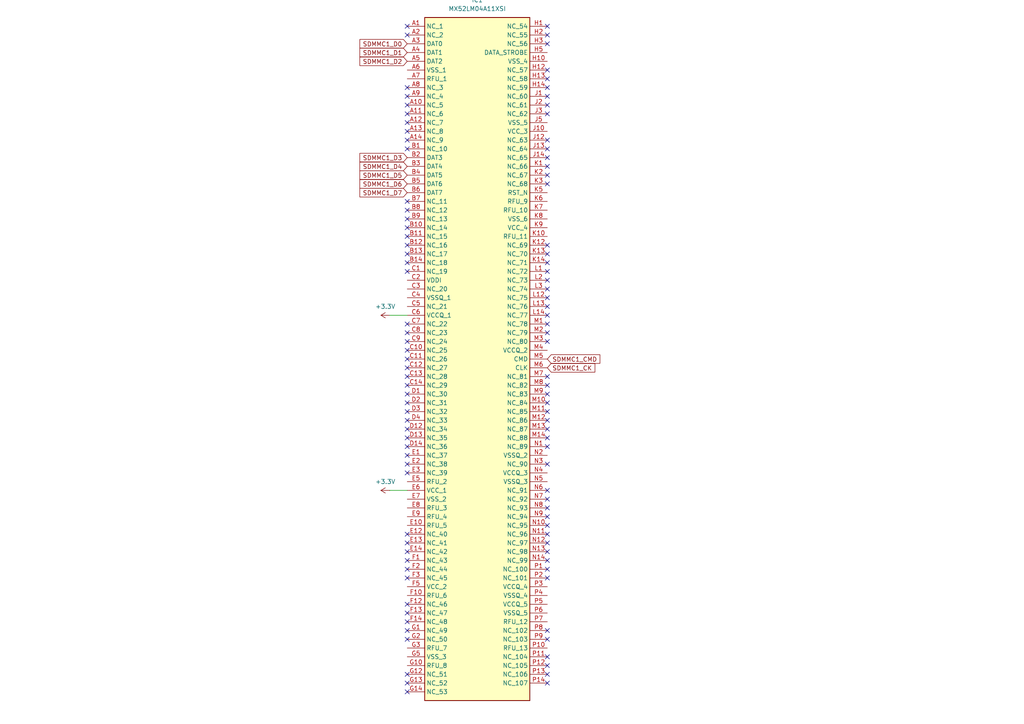
<source format=kicad_sch>
(kicad_sch (version 20250114) (generator "eeschema") (generator_version "9.0")
  (paper "A4")
  (lib_symbols
    (symbol "SRAD-Avionics:MX52LM04A11XSI"
      (property "Reference" "IC" (at 36.83 7.62 0))
      (property "Value" "MX52LM04A11XSI" (at 36.83 5.08 0))
      (symbol "MX52LM04A11XSI_1_1"
        (rectangle (start 5.08 2.54) (end 35.56 -195.58) (stroke (width 0.254)) (fill (type background)))
        (pin passive line (at 0 0 0) (length 5.08) (name "NC_1") (number "A1"))
        (pin passive line (at 0 -2.54 0) (length 5.08) (name "NC_2") (number "A2"))
        (pin passive line (at 0 -5.08 0) (length 5.08) (name "DAT0") (number "A3"))
        (pin passive line (at 0 -7.62 0) (length 5.08) (name "DAT1") (number "A4"))
        (pin passive line (at 0 -10.16 0) (length 5.08) (name "DAT2") (number "A5"))
        (pin passive line (at 0 -12.7 0) (length 5.08) (name "VSS_1") (number "A6"))
        (pin passive line (at 0 -15.24 0) (length 5.08) (name "RFU_1") (number "A7"))
        (pin passive line (at 0 -17.78 0) (length 5.08) (name "NC_3") (number "A8"))
        (pin passive line (at 0 -20.32 0) (length 5.08) (name "NC_4") (number "A9"))
        (pin passive line (at 0 -22.86 0) (length 5.08) (name "NC_5") (number "A10"))
        (pin passive line (at 0 -25.4 0) (length 5.08) (name "NC_6") (number "A11"))
        (pin passive line (at 0 -27.94 0) (length 5.08) (name "NC_7") (number "A12"))
        (pin passive line (at 0 -30.48 0) (length 5.08) (name "NC_8") (number "A13"))
        (pin passive line (at 0 -33.02 0) (length 5.08) (name "NC_9") (number "A14"))
        (pin passive line (at 0 -35.56 0) (length 5.08) (name "NC_10") (number "B1"))
        (pin passive line (at 0 -38.1 0) (length 5.08) (name "DAT3") (number "B2"))
        (pin passive line (at 0 -40.64 0) (length 5.08) (name "DAT4") (number "B3"))
        (pin passive line (at 0 -43.18 0) (length 5.08) (name "DAT5") (number "B4"))
        (pin passive line (at 0 -45.72 0) (length 5.08) (name "DAT6") (number "B5"))
        (pin passive line (at 0 -48.26 0) (length 5.08) (name "DAT7") (number "B6"))
        (pin passive line (at 0 -50.8 0) (length 5.08) (name "NC_11") (number "B7"))
        (pin passive line (at 0 -53.34 0) (length 5.08) (name "NC_12") (number "B8"))
        (pin passive line (at 0 -55.88 0) (length 5.08) (name "NC_13") (number "B9"))
        (pin passive line (at 0 -58.42 0) (length 5.08) (name "NC_14") (number "B10"))
        (pin passive line (at 0 -60.96 0) (length 5.08) (name "NC_15") (number "B11"))
        (pin passive line (at 0 -63.5 0) (length 5.08) (name "NC_16") (number "B12"))
        (pin passive line (at 0 -66.04 0) (length 5.08) (name "NC_17") (number "B13"))
        (pin passive line (at 0 -68.58 0) (length 5.08) (name "NC_18") (number "B14"))
        (pin passive line (at 0 -71.12 0) (length 5.08) (name "NC_19") (number "C1"))
        (pin passive line (at 0 -73.66 0) (length 5.08) (name "VDDI") (number "C2"))
        (pin passive line (at 0 -76.2 0) (length 5.08) (name "NC_20") (number "C3"))
        (pin passive line (at 0 -78.74 0) (length 5.08) (name "VSSQ_1") (number "C4"))
        (pin passive line (at 0 -81.28 0) (length 5.08) (name "NC_21") (number "C5"))
        (pin passive line (at 0 -83.82 0) (length 5.08) (name "VCCQ_1") (number "C6"))
        (pin passive line (at 0 -86.36 0) (length 5.08) (name "NC_22") (number "C7"))
        (pin passive line (at 0 -88.9 0) (length 5.08) (name "NC_23") (number "C8"))
        (pin passive line (at 0 -91.44 0) (length 5.08) (name "NC_24") (number "C9"))
        (pin passive line (at 0 -93.98 0) (length 5.08) (name "NC_25") (number "C10"))
        (pin passive line (at 0 -96.52 0) (length 5.08) (name "NC_26") (number "C11"))
        (pin passive line (at 0 -99.06 0) (length 5.08) (name "NC_27") (number "C12"))
        (pin passive line (at 0 -101.6 0) (length 5.08) (name "NC_28") (number "C13"))
        (pin passive line (at 0 -104.14 0) (length 5.08) (name "NC_29") (number "C14"))
        (pin passive line (at 0 -106.68 0) (length 5.08) (name "NC_30") (number "D1"))
        (pin passive line (at 0 -109.22 0) (length 5.08) (name "NC_31") (number "D2"))
        (pin passive line (at 0 -111.76 0) (length 5.08) (name "NC_32") (number "D3"))
        (pin passive line (at 0 -114.3 0) (length 5.08) (name "NC_33") (number "D4"))
        (pin passive line (at 0 -116.84 0) (length 5.08) (name "NC_34") (number "D12"))
        (pin passive line (at 0 -119.38 0) (length 5.08) (name "NC_35") (number "D13"))
        (pin passive line (at 0 -121.92 0) (length 5.08) (name "NC_36") (number "D14"))
        (pin passive line (at 0 -124.46 0) (length 5.08) (name "NC_37") (number "E1"))
        (pin passive line (at 0 -127 0) (length 5.08) (name "NC_38") (number "E2"))
        (pin passive line (at 0 -129.54 0) (length 5.08) (name "NC_39") (number "E3"))
        (pin passive line (at 0 -132.08 0) (length 5.08) (name "RFU_2") (number "E5"))
        (pin passive line (at 0 -134.62 0) (length 5.08) (name "VCC_1") (number "E6"))
        (pin passive line (at 0 -137.16 0) (length 5.08) (name "VSS_2") (number "E7"))
        (pin passive line (at 0 -139.7 0) (length 5.08) (name "RFU_3") (number "E8"))
        (pin passive line (at 0 -142.24 0) (length 5.08) (name "RFU_4") (number "E9"))
        (pin passive line (at 0 -144.78 0) (length 5.08) (name "RFU_5") (number "E10"))
        (pin passive line (at 0 -147.32 0) (length 5.08) (name "NC_40") (number "E12"))
        (pin passive line (at 0 -149.86 0) (length 5.08) (name "NC_41") (number "E13"))
        (pin passive line (at 0 -152.4 0) (length 5.08) (name "NC_42") (number "E14"))
        (pin passive line (at 0 -154.94 0) (length 5.08) (name "NC_43") (number "F1"))
        (pin passive line (at 0 -157.48 0) (length 5.08) (name "NC_44") (number "F2"))
        (pin passive line (at 0 -160.02 0) (length 5.08) (name "NC_45") (number "F3"))
        (pin passive line (at 0 -162.56 0) (length 5.08) (name "VCC_2") (number "F5"))
        (pin passive line (at 0 -165.1 0) (length 5.08) (name "RFU_6") (number "F10"))
        (pin passive line (at 0 -167.64 0) (length 5.08) (name "NC_46") (number "F12"))
        (pin passive line (at 0 -170.18 0) (length 5.08) (name "NC_47") (number "F13"))
        (pin passive line (at 0 -172.72 0) (length 5.08) (name "NC_48") (number "F14"))
        (pin passive line (at 0 -175.26 0) (length 5.08) (name "NC_49") (number "G1"))
        (pin passive line (at 0 -177.8 0) (length 5.08) (name "NC_50") (number "G2"))
        (pin passive line (at 0 -180.34 0) (length 5.08) (name "RFU_7") (number "G3"))
        (pin passive line (at 0 -182.88 0) (length 5.08) (name "VSS_3") (number "G5"))
        (pin passive line (at 0 -185.42 0) (length 5.08) (name "RFU_8") (number "G10"))
        (pin passive line (at 0 -187.96 0) (length 5.08) (name "NC_51") (number "G12"))
        (pin passive line (at 0 -190.5 0) (length 5.08) (name "NC_52") (number "G13"))
        (pin passive line (at 0 -193.04 0) (length 5.08) (name "NC_53") (number "G14"))
        (pin passive line (at 40.64 0 180) (length 5.08) (name "NC_54") (number "H1"))
        (pin passive line (at 40.64 -2.54 180) (length 5.08) (name "NC_55") (number "H2"))
        (pin passive line (at 40.64 -5.08 180) (length 5.08) (name "NC_56") (number "H3"))
        (pin passive line (at 40.64 -7.62 180) (length 5.08) (name "DATA_STROBE") (number "H5"))
        (pin passive line (at 40.64 -10.16 180) (length 5.08) (name "VSS_4") (number "H10"))
        (pin passive line (at 40.64 -12.7 180) (length 5.08) (name "NC_57") (number "H12"))
        (pin passive line (at 40.64 -15.24 180) (length 5.08) (name "NC_58") (number "H13"))
        (pin passive line (at 40.64 -17.78 180) (length 5.08) (name "NC_59") (number "H14"))
        (pin passive line (at 40.64 -20.32 180) (length 5.08) (name "NC_60") (number "J1"))
        (pin passive line (at 40.64 -22.86 180) (length 5.08) (name "NC_61") (number "J2"))
        (pin passive line (at 40.64 -25.4 180) (length 5.08) (name "NC_62") (number "J3"))
        (pin passive line (at 40.64 -27.94 180) (length 5.08) (name "VSS_5") (number "J5"))
        (pin passive line (at 40.64 -30.48 180) (length 5.08) (name "VCC_3") (number "J10"))
        (pin passive line (at 40.64 -33.02 180) (length 5.08) (name "NC_63") (number "J12"))
        (pin passive line (at 40.64 -35.56 180) (length 5.08) (name "NC_64") (number "J13"))
        (pin passive line (at 40.64 -38.1 180) (length 5.08) (name "NC_65") (number "J14"))
        (pin passive line (at 40.64 -40.64 180) (length 5.08) (name "NC_66") (number "K1"))
        (pin passive line (at 40.64 -43.18 180) (length 5.08) (name "NC_67") (number "K2"))
        (pin passive line (at 40.64 -45.72 180) (length 5.08) (name "NC_68") (number "K3"))
        (pin passive line (at 40.64 -48.26 180) (length 5.08) (name "RST_N") (number "K5"))
        (pin passive line (at 40.64 -50.8 180) (length 5.08) (name "RFU_9") (number "K6"))
        (pin passive line (at 40.64 -53.34 180) (length 5.08) (name "RFU_10") (number "K7"))
        (pin passive line (at 40.64 -55.88 180) (length 5.08) (name "VSS_6") (number "K8"))
        (pin passive line (at 40.64 -58.42 180) (length 5.08) (name "VCC_4") (number "K9"))
        (pin passive line (at 40.64 -60.96 180) (length 5.08) (name "RFU_11") (number "K10"))
        (pin passive line (at 40.64 -63.5 180) (length 5.08) (name "NC_69") (number "K12"))
        (pin passive line (at 40.64 -66.04 180) (length 5.08) (name "NC_70") (number "K13"))
        (pin passive line (at 40.64 -68.58 180) (length 5.08) (name "NC_71") (number "K14"))
        (pin passive line (at 40.64 -71.12 180) (length 5.08) (name "NC_72") (number "L1"))
        (pin passive line (at 40.64 -73.66 180) (length 5.08) (name "NC_73") (number "L2"))
        (pin passive line (at 40.64 -76.2 180) (length 5.08) (name "NC_74") (number "L3"))
        (pin passive line (at 40.64 -78.74 180) (length 5.08) (name "NC_75") (number "L12"))
        (pin passive line (at 40.64 -81.28 180) (length 5.08) (name "NC_76") (number "L13"))
        (pin passive line (at 40.64 -83.82 180) (length 5.08) (name "NC_77") (number "L14"))
        (pin passive line (at 40.64 -86.36 180) (length 5.08) (name "NC_78") (number "M1"))
        (pin passive line (at 40.64 -88.9 180) (length 5.08) (name "NC_79") (number "M2"))
        (pin passive line (at 40.64 -91.44 180) (length 5.08) (name "NC_80") (number "M3"))
        (pin passive line (at 40.64 -93.98 180) (length 5.08) (name "VCCQ_2") (number "M4"))
        (pin passive line (at 40.64 -96.52 180) (length 5.08) (name "CMD") (number "M5"))
        (pin passive line (at 40.64 -99.06 180) (length 5.08) (name "CLK") (number "M6"))
        (pin passive line (at 40.64 -101.6 180) (length 5.08) (name "NC_81") (number "M7"))
        (pin passive line (at 40.64 -104.14 180) (length 5.08) (name "NC_82") (number "M8"))
        (pin passive line (at 40.64 -106.68 180) (length 5.08) (name "NC_83") (number "M9"))
        (pin passive line (at 40.64 -109.22 180) (length 5.08) (name "NC_84") (number "M10"))
        (pin passive line (at 40.64 -111.76 180) (length 5.08) (name "NC_85") (number "M11"))
        (pin passive line (at 40.64 -114.3 180) (length 5.08) (name "NC_86") (number "M12"))
        (pin passive line (at 40.64 -116.84 180) (length 5.08) (name "NC_87") (number "M13"))
        (pin passive line (at 40.64 -119.38 180) (length 5.08) (name "NC_88") (number "M14"))
        (pin passive line (at 40.64 -121.92 180) (length 5.08) (name "NC_89") (number "N1"))
        (pin passive line (at 40.64 -124.46 180) (length 5.08) (name "VSSQ_2") (number "N2"))
        (pin passive line (at 40.64 -127 180) (length 5.08) (name "NC_90") (number "N3"))
        (pin passive line (at 40.64 -129.54 180) (length 5.08) (name "VCCQ_3") (number "N4"))
        (pin passive line (at 40.64 -132.08 180) (length 5.08) (name "VSSQ_3") (number "N5"))
        (pin passive line (at 40.64 -134.62 180) (length 5.08) (name "NC_91") (number "N6"))
        (pin passive line (at 40.64 -137.16 180) (length 5.08) (name "NC_92") (number "N7"))
        (pin passive line (at 40.64 -139.7 180) (length 5.08) (name "NC_93") (number "N8"))
        (pin passive line (at 40.64 -142.24 180) (length 5.08) (name "NC_94") (number "N9"))
        (pin passive line (at 40.64 -144.78 180) (length 5.08) (name "NC_95") (number "N10"))
        (pin passive line (at 40.64 -147.32 180) (length 5.08) (name "NC_96") (number "N11"))
        (pin passive line (at 40.64 -149.86 180) (length 5.08) (name "NC_97") (number "N12"))
        (pin passive line (at 40.64 -152.4 180) (length 5.08) (name "NC_98") (number "N13"))
        (pin passive line (at 40.64 -154.94 180) (length 5.08) (name "NC_99") (number "N14"))
        (pin passive line (at 40.64 -157.48 180) (length 5.08) (name "NC_100") (number "P1"))
        (pin passive line (at 40.64 -160.02 180) (length 5.08) (name "NC_101") (number "P2"))
        (pin passive line (at 40.64 -162.56 180) (length 5.08) (name "VCCQ_4") (number "P3"))
        (pin passive line (at 40.64 -165.1 180) (length 5.08) (name "VSSQ_4") (number "P4"))
        (pin passive line (at 40.64 -167.64 180) (length 5.08) (name "VCCQ_5") (number "P5"))
        (pin passive line (at 40.64 -170.18 180) (length 5.08) (name "VSSQ_5") (number "P6"))
        (pin passive line (at 40.64 -172.72 180) (length 5.08) (name "RFU_12") (number "P7"))
        (pin passive line (at 40.64 -175.26 180) (length 5.08) (name "NC_102") (number "P8"))
        (pin passive line (at 40.64 -177.8 180) (length 5.08) (name "NC_103") (number "P9"))
        (pin passive line (at 40.64 -180.34 180) (length 5.08) (name "RFU_13") (number "P10"))
        (pin passive line (at 40.64 -182.88 180) (length 5.08) (name "NC_104") (number "P11"))
        (pin passive line (at 40.64 -185.42 180) (length 5.08) (name "NC_105") (number "P12"))
        (pin passive line (at 40.64 -187.96 180) (length 5.08) (name "NC_106") (number "P13"))
        (pin passive line (at 40.64 -190.5 180) (length 5.08) (name "NC_107") (number "P14"))
      )
    )
    (symbol "power:+3.3V" (power) (pin_numbers (hide yes)) (pin_names (offset 0) (hide yes))
      (property "Value" "+3.3V" (at 0 3.556 0))
      (symbol "+3.3V_0_1"
        (polyline (pts (xy -0.762 1.27) (xy 0 2.54)))
        (polyline (pts (xy 0 2.54) (xy 0.762 1.27)))
        (polyline (pts (xy 0 0) (xy 0 2.54)))
      )
      (symbol "+3.3V_1_1"
        (pin power_in line (at 0 0 90) (length 0) (name "~") (number "1"))
      )
    )
  )
  (no_connect (at 158.75 83.82))
  (no_connect (at 158.75 195.58))
  (no_connect (at 118.11 104.14))
  (no_connect (at 118.11 124.46))
  (no_connect (at 118.11 106.68))
  (no_connect (at 158.75 40.64))
  (no_connect (at 158.75 99.06))
  (no_connect (at 158.75 160.02))
  (no_connect (at 158.75 48.26))
  (no_connect (at 158.75 91.44))
  (no_connect (at 158.75 10.16))
  (no_connect (at 118.11 60.96))
  (no_connect (at 118.11 109.22))
  (no_connect (at 118.11 162.56))
  (no_connect (at 158.75 20.32))
  (no_connect (at 118.11 165.1))
  (no_connect (at 118.11 200.66))
  (no_connect (at 118.11 134.62))
  (no_connect (at 158.75 109.22))
  (no_connect (at 158.75 7.62))
  (no_connect (at 158.75 142.24))
  (no_connect (at 158.75 152.4))
  (no_connect (at 118.11 63.5))
  (no_connect (at 158.75 76.2))
  (no_connect (at 118.11 182.88))
  (no_connect (at 158.75 71.12))
  (no_connect (at 158.75 124.46))
  (no_connect (at 158.75 129.54))
  (no_connect (at 118.11 198.12))
  (no_connect (at 118.11 30.48))
  (no_connect (at 158.75 149.86))
  (no_connect (at 158.75 50.8))
  (no_connect (at 118.11 119.38))
  (no_connect (at 158.75 157.48))
  (no_connect (at 158.75 116.84))
  (no_connect (at 158.75 147.32))
  (no_connect (at 158.75 162.56))
  (no_connect (at 158.75 185.42))
  (no_connect (at 118.11 137.16))
  (no_connect (at 118.11 129.54))
  (no_connect (at 158.75 144.78))
  (no_connect (at 158.75 167.64))
  (no_connect (at 158.75 127))
  (no_connect (at 158.75 96.52))
  (no_connect (at 158.75 30.48))
  (no_connect (at 158.75 25.4))
  (no_connect (at 158.75 12.7))
  (no_connect (at 158.75 190.5))
  (no_connect (at 118.11 40.64))
  (no_connect (at 158.75 93.98))
  (no_connect (at 118.11 10.16))
  (no_connect (at 158.75 53.34))
  (no_connect (at 158.75 182.88))
  (no_connect (at 158.75 134.62))
  (no_connect (at 118.11 132.08))
  (no_connect (at 118.11 66.04))
  (no_connect (at 118.11 35.56))
  (no_connect (at 158.75 165.1))
  (no_connect (at 118.11 180.34))
  (no_connect (at 158.75 111.76))
  (no_connect (at 118.11 25.4))
  (no_connect (at 118.11 177.8))
  (no_connect (at 118.11 160.02))
  (no_connect (at 118.11 111.76))
  (no_connect (at 118.11 167.64))
  (no_connect (at 118.11 121.92))
  (no_connect (at 158.75 121.92))
  (no_connect (at 158.75 73.66))
  (no_connect (at 118.11 78.74))
  (no_connect (at 118.11 68.58))
  (no_connect (at 118.11 76.2))
  (no_connect (at 158.75 88.9))
  (no_connect (at 158.75 81.28))
  (no_connect (at 118.11 185.42))
  (no_connect (at 118.11 7.62))
  (no_connect (at 158.75 45.72))
  (no_connect (at 118.11 175.26))
  (no_connect (at 118.11 96.52))
  (no_connect (at 158.75 33.02))
  (no_connect (at 118.11 38.1))
  (no_connect (at 118.11 99.06))
  (no_connect (at 118.11 43.18))
  (no_connect (at 158.75 193.04))
  (no_connect (at 118.11 154.94))
  (no_connect (at 118.11 33.02))
  (no_connect (at 118.11 73.66))
  (no_connect (at 118.11 93.98))
  (no_connect (at 158.75 86.36))
  (no_connect (at 158.75 27.94))
  (no_connect (at 158.75 78.74))
  (no_connect (at 158.75 114.3))
  (no_connect (at 118.11 58.42))
  (no_connect (at 158.75 198.12))
  (no_connect (at 118.11 114.3))
  (no_connect (at 118.11 157.48))
  (no_connect (at 118.11 127))
  (no_connect (at 158.75 22.86))
  (no_connect (at 158.75 119.38))
  (no_connect (at 158.75 43.18))
  (no_connect (at 158.75 154.94))
  (no_connect (at 118.11 101.6))
  (no_connect (at 118.11 195.58))
  (no_connect (at 118.11 27.94))
  (no_connect (at 118.11 71.12))
  (no_connect (at 118.11 116.84))
  (wire (pts (xy 113.03 142.24) (xy 118.11 142.24)))
  (wire (pts (xy 113.03 91.44) (xy 118.11 91.44)))
  (global_label "SDMMC1_D4" (shape input) (at 118.11 48.26 180) (property "Intersheetrefs" "${INTERSHEET_REFS}" (effects (hide yes))))
  (global_label "SDMMC1_D6" (shape input) (at 118.11 53.34 180) (property "Intersheetrefs" "${INTERSHEET_REFS}" (effects (hide yes))))
  (global_label "SDMMC1_CK" (shape input) (at 158.75 106.68 0) (property "Intersheetrefs" "${INTERSHEET_REFS}" (effects (hide yes))))
  (global_label "SDMMC1_D0" (shape input) (at 118.11 12.7 180) (property "Intersheetrefs" "${INTERSHEET_REFS}" (effects (hide yes))))
  (global_label "SDMMC1_D3" (shape input) (at 118.11 45.72 180) (property "Intersheetrefs" "${INTERSHEET_REFS}" (effects (hide yes))))
  (global_label "SDMMC1_D7" (shape input) (at 118.11 55.88 180) (property "Intersheetrefs" "${INTERSHEET_REFS}" (effects (hide yes))))
  (global_label "SDMMC1_CMD" (shape input) (at 158.75 104.14 0) (property "Intersheetrefs" "${INTERSHEET_REFS}" (effects (hide yes))))
  (global_label "SDMMC1_D5" (shape input) (at 118.11 50.8 180) (property "Intersheetrefs" "${INTERSHEET_REFS}" (effects (hide yes))))
  (global_label "SDMMC1_D2" (shape input) (at 118.11 17.78 180) (property "Intersheetrefs" "${INTERSHEET_REFS}" (effects (hide yes))))
  (global_label "SDMMC1_D1" (shape input) (at 118.11 15.24 180) (property "Intersheetrefs" "${INTERSHEET_REFS}" (effects (hide yes))))
  (symbol (lib_id "power:+3.3V") (at 113.03 91.44 90) (unit 1)
    (property "Reference" "#PWR020" (effects (hide yes)))
    (property "Value" "+3.3V" (at 111.76 88.9 90))
    (property "Description" "Power symbol creates a global label with name \"+3.3V\"" (effects (hide yes)))
  )
  (symbol (lib_id "SRAD-Avionics:MX52LM04A11XSI") (at 118.11 7.62 0) (unit 1)
    (property "Reference" "IC1" (at 138.43 0 0))
    (property "Value" "MX52LM04A11XSI" (at 138.43 2.54 0))
    (property "Footprint" "BGA153C50P14X14_1150X1300X80" (effects (hide yes)))
    (property "Datasheet" "https://www.macronix.com/Lists/Datasheet/Attachments/9162/MX52LM04A11,%203V,%204GB,%20v1.7.pdf" (effects (hide yes)))
    (property "Description" "FLASH - NAND (MLC) Memory IC 32Gbit eMMC_5.1 200 MHz 153-LFBGA (11.5x13)" (effects (hide yes)))
    (property "Height" "0.8" (effects (hide yes)))
    (property "Mouser Part Number" "95-52LM04A11XSIT" (effects (hide yes)))
    (property "Mouser Price/Stock" "https://www.mouser.co.uk/ProductDetail/Macronix/MX52LM04A11XSI?qs=vOcB1WHNNXJCwnH5CmUP8A%3D%3D" (effects (hide yes)))
    (property "Manufacturer_Name" "Macronix" (effects (hide yes)))
    (property "Manufacturer_Part_Number" "MX52LM04A11XSI" (effects (hide yes)))
  )
  (symbol (lib_id "power:+3.3V") (at 113.03 142.24 90) (unit 1)
    (property "Reference" "#PWR019" (effects (hide yes)))
    (property "Value" "+3.3V" (at 111.76 139.7 90))
    (property "Description" "Power symbol creates a global label with name \"+3.3V\"" (effects (hide yes)))
  )
)
</source>
